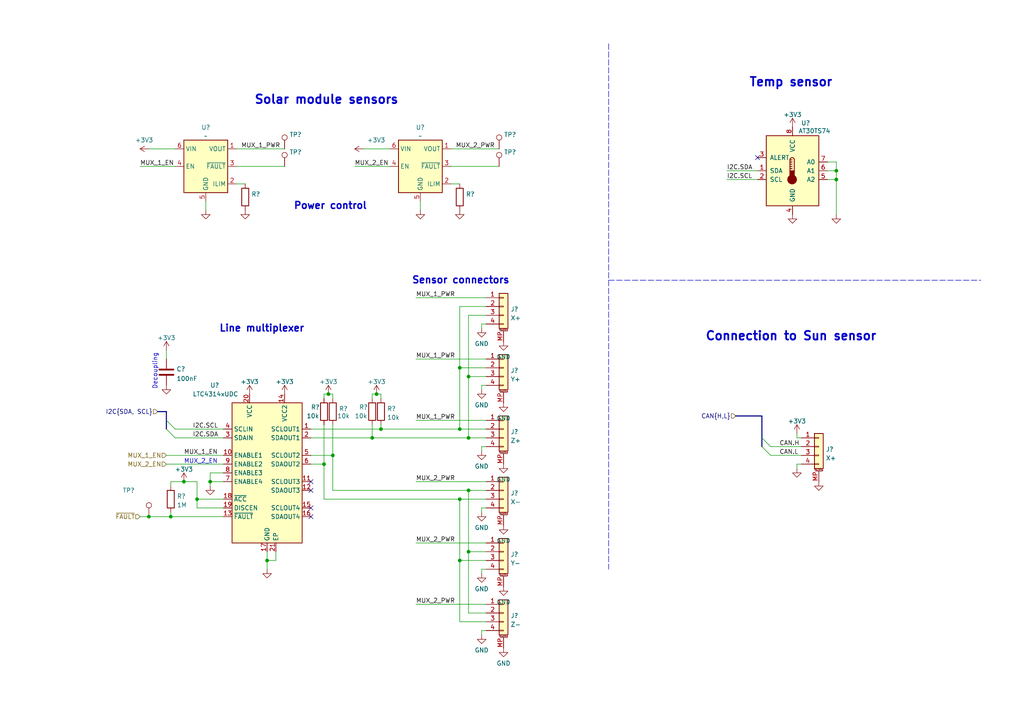
<source format=kicad_sch>
(kicad_sch (version 20211123) (generator eeschema)
  (paper "A4")
  (lib_symbols
    (symbol "Connector:TestPoint" (pin_numbers hide) (pin_names (offset 0.762) hide)
      (property "Reference" "TP" (at 0 6.858 0))
      (property "Value" "TestPoint" (at 0 5.08 0))
      (symbol "TestPoint_0_1"
        (circle (center 0 3.302) (radius 0.762))
      )
      (symbol "TestPoint_1_1"
        (pin passive line (at 0 0 90) (length 2.54) (name "1") (number "1"))
      )
    )
    (symbol "Connector_Generic_MountingPin:Conn_01x04_MountingPin" (pin_names (offset 1.016) hide)
      (property "Reference" "J" (at 0 5.08 0))
      (property "Value" "Conn_01x04_MountingPin" (at 1.27 -7.62 0))
      (symbol "Conn_01x04_MountingPin_1_1"
        (rectangle (start -1.27 -4.953) (end 0 -5.207) (stroke (width 0.1524)))
        (rectangle (start -1.27 -2.413) (end 0 -2.667) (stroke (width 0.1524)))
        (rectangle (start -1.27 0.127) (end 0 -0.127) (stroke (width 0.1524)))
        (rectangle (start -1.27 2.667) (end 0 2.413) (stroke (width 0.1524)))
        (rectangle (start -1.27 3.81) (end 1.27 -6.35) (stroke (width 0.254)) (fill (type background)))
        (polyline (pts (xy -1.016 -7.112) (xy 1.016 -7.112)) (stroke (width 0.1524)))
        (text "Mounting" (at 0 -6.731 0) (effects (font (size 0.381 0.381))))
        (pin passive line (at -5.08 2.54 0) (length 3.81) (name "Pin_1") (number "1"))
        (pin passive line (at -5.08 0 0) (length 3.81) (name "Pin_2") (number "2"))
        (pin passive line (at -5.08 -2.54 0) (length 3.81) (name "Pin_3") (number "3"))
        (pin passive line (at -5.08 -5.08 0) (length 3.81) (name "Pin_4") (number "4"))
        (pin passive line (at 0 -10.16 90) (length 3.048) (name "MountPin") (number "MP"))
      )
    )
    (symbol "Device:C" (pin_numbers hide) (pin_names (offset 0.254))
      (property "Reference" "C" (at 0.635 2.54 0))
      (property "Value" "C" (at 0.635 -2.54 0))
      (symbol "C_0_1"
        (polyline (pts (xy -2.032 -0.762) (xy 2.032 -0.762)) (stroke (width 0.508)))
        (polyline (pts (xy -2.032 0.762) (xy 2.032 0.762)) (stroke (width 0.508)))
      )
      (symbol "C_1_1"
        (pin passive line (at 0 3.81 270) (length 2.794) (name "~") (number "1"))
        (pin passive line (at 0 -3.81 90) (length 2.794) (name "~") (number "2"))
      )
    )
    (symbol "Device:R" (pin_numbers hide) (pin_names (offset 0))
      (property "Reference" "R" (at 2.032 0 90))
      (property "Value" "R" (at 0 0 90))
      (symbol "R_0_1"
        (rectangle (start -1.016 -2.54) (end 1.016 2.54) (stroke (width 0.254)))
      )
      (symbol "R_1_1"
        (pin passive line (at 0 3.81 270) (length 1.27) (name "~") (number "1"))
        (pin passive line (at 0 -3.81 90) (length 1.27) (name "~") (number "2"))
      )
    )
    (symbol "Interface_Expansion:LTC4314xUDC"
      (property "Reference" "U" (at -8.89 21.59 0))
      (property "Value" "LTC4314xUDC" (at 11.43 -20.32 0))
      (symbol "LTC4314xUDC_0_0"
        (pin bidirectional line (at 12.7 12.7 180) (length 2.54) (name "SCLOUT1") (number "1"))
      )
      (symbol "LTC4314xUDC_0_1"
        (rectangle (start -10.16 20.32) (end 10.16 -20.32) (stroke (width 0.254)) (fill (type background)))
      )
      (symbol "LTC4314xUDC_1_1"
        (pin input line (at -12.7 5.08 0) (length 2.54) (name "ENABLE1") (number "10"))
        (pin bidirectional line (at 12.7 -2.54 180) (length 2.54) (name "SCLOUT3") (number "11"))
        (pin bidirectional line (at 12.7 -5.08 180) (length 2.54) (name "SDAOUT3") (number "12"))
        (pin open_collector line (at -12.7 -12.7 0) (length 2.54) (name "~{FAULT}") (number "13"))
        (pin power_in line (at 5.08 22.86 270) (length 2.54) (name "VCC2") (number "14"))
        (pin bidirectional line (at 12.7 -10.16 180) (length 2.54) (name "SCLOUT4") (number "15"))
        (pin bidirectional line (at 12.7 -12.7 180) (length 2.54) (name "SDAOUT4") (number "16"))
        (pin power_in line (at 0 -22.86 90) (length 2.54) (name "GND") (number "17"))
        (pin input line (at -12.7 -7.62 0) (length 2.54) (name "~{ACC}") (number "18"))
        (pin input line (at -12.7 -10.16 0) (length 2.54) (name "DISCEN") (number "19"))
        (pin bidirectional line (at 12.7 10.16 180) (length 2.54) (name "SDAOUT1") (number "2"))
        (pin power_in line (at -5.08 22.86 270) (length 2.54) (name "VCC") (number "20"))
        (pin passive line (at 2.54 -22.86 90) (length 2.54) (name "EP") (number "21"))
        (pin bidirectional line (at -12.7 10.16 0) (length 2.54) (name "SDAIN") (number "3"))
        (pin bidirectional line (at -12.7 12.7 0) (length 2.54) (name "SCLIN") (number "4"))
        (pin bidirectional line (at 12.7 5.08 180) (length 2.54) (name "SCLOUT2") (number "5"))
        (pin bidirectional line (at 12.7 2.54 180) (length 2.54) (name "SDAOUT2") (number "6"))
        (pin input line (at -12.7 -2.54 0) (length 2.54) (name "ENABLE4") (number "7"))
        (pin input line (at -12.7 0 0) (length 2.54) (name "ENABLE3") (number "8"))
        (pin input line (at -12.7 2.54 0) (length 2.54) (name "ENABLE2") (number "9"))
      )
    )
    (symbol "TCY_power_management:AP22653"
      (property "Reference" "U" (at 8.89 7.62 0))
      (property "Value" "AP22653" (at 0 7.62 0))
      (symbol "AP22653_0_1"
        (rectangle (start -6.35 5.08) (end 6.35 -10.16) (stroke (width 0.254)) (fill (type background)))
      )
      (symbol "AP22653_1_1"
        (pin power_out line (at 8.89 2.54 180) (length 2.54) (name "VOUT") (number "1"))
        (pin passive line (at 8.89 -7.62 180) (length 2.54) (name "ILIM") (number "2"))
        (pin output line (at 8.89 -2.54 180) (length 2.54) (name "~{FAULT}") (number "3"))
        (pin input line (at -8.89 -2.54 0) (length 2.54) (name "EN") (number "4"))
        (pin passive line (at 0 -12.7 90) (length 2.54) (name "GND") (number "5"))
        (pin power_in line (at -8.89 2.54 0) (length 2.54) (name "VIN") (number "6"))
        (pin passive line (at 0 -12.7 90) (length 2.54) hide (name "E_PAD") (number "7"))
      )
    )
    (symbol "TCY_sensors:AT30TS74" (pin_names (offset 1.016))
      (property "Reference" "U" (at -6.35 11.43 0))
      (property "Value" "AT30TS74" (at 0 11.43 0))
      (symbol "AT30TS74_0_1"
        (rectangle (start -7.62 10.16) (end 7.62 -10.16) (stroke (width 0.254)) (fill (type background)))
        (circle (center -0.127 -2.54) (radius 1.27) (stroke (width 0.254)) (fill (type outline)))
        (polyline (pts (xy -0.762 0.635) (xy -0.127 0.635)) (stroke (width 0.254)))
        (polyline (pts (xy -0.762 1.27) (xy -0.127 1.27)) (stroke (width 0.254)))
        (polyline (pts (xy -0.762 1.905) (xy -0.127 1.905)) (stroke (width 0.254)))
        (polyline (pts (xy -0.762 2.54) (xy -0.127 2.54)) (stroke (width 0.254)))
        (polyline (pts (xy -0.762 3.175) (xy -0.762 0)) (stroke (width 0.254)))
        (polyline (pts (xy -0.762 3.175) (xy -0.127 3.175)) (stroke (width 0.254)))
        (polyline (pts (xy 0.508 3.175) (xy 0.508 0)) (stroke (width 0.254)))
        (rectangle (start 0.508 -1.905) (end -0.762 0) (stroke (width 0.254)) (fill (type outline)))
        (arc (start 0.508 3.175) (mid -0.127 3.81) (end -0.762 3.175) (stroke (width 0.254)))
      )
      (symbol "AT30TS74_1_1"
        (pin bidirectional line (at -10.16 0 0) (length 2.54) (name "SDA") (number "1"))
        (pin input line (at -10.16 -2.54 0) (length 2.54) (name "SCL") (number "2"))
        (pin open_collector line (at -10.16 3.81 0) (length 2.54) (name "ALERT") (number "3"))
        (pin power_in line (at 0 -12.7 90) (length 2.54) (name "GND") (number "4"))
        (pin input line (at 10.16 -2.54 180) (length 2.54) (name "A2") (number "5"))
        (pin input line (at 10.16 0 180) (length 2.54) (name "A1") (number "6"))
        (pin input line (at 10.16 2.54 180) (length 2.54) (name "A0") (number "7"))
        (pin power_in line (at 0 12.7 270) (length 2.54) (name "VCC") (number "8"))
        (pin power_in line (at 0 -12.7 90) (length 2.54) hide (name "GND") (number "9"))
      )
    )
    (symbol "power:+3.3V" (power) (pin_names (offset 0))
      (property "Value" "+3.3V" (at 0 3.556 0))
      (symbol "+3.3V_0_1"
        (polyline (pts (xy -0.762 1.27) (xy 0 2.54)))
        (polyline (pts (xy 0 0) (xy 0 2.54)))
        (polyline (pts (xy 0 2.54) (xy 0.762 1.27)))
      )
      (symbol "+3.3V_1_1"
        (pin power_in line (at 0 0 90) (length 0) hide (name "+3V3") (number "1"))
      )
    )
    (symbol "power:+3V3" (power) (pin_names (offset 0))
      (property "Value" "+3V3" (at 0 3.556 0))
      (symbol "+3V3_0_1"
        (polyline (pts (xy -0.762 1.27) (xy 0 2.54)))
        (polyline (pts (xy 0 0) (xy 0 2.54)))
        (polyline (pts (xy 0 2.54) (xy 0.762 1.27)))
      )
      (symbol "+3V3_1_1"
        (pin power_in line (at 0 0 90) (length 0) hide (name "+3V3") (number "1"))
      )
    )
    (symbol "power:GND" (power) (pin_names (offset 0))
      (property "Value" "GND" (at 0 -3.81 0))
      (symbol "GND_0_1"
        (polyline (pts (xy 0 0) (xy 0 -1.27) (xy 1.27 -1.27) (xy 0 -2.54) (xy -1.27 -1.27) (xy 0 -1.27)))
      )
      (symbol "GND_1_1"
        (pin power_in line (at 0 0 270) (length 0) hide (name "GND") (number "1"))
      )
    )
  )
  (junction (at 95.25 114.3))
  (junction (at 77.47 162.56))
  (junction (at 43.18 149.86))
  (junction (at 135.89 160.02))
  (junction (at 135.89 109.22))
  (junction (at 109.22 114.3))
  (junction (at 110.49 124.46))
  (junction (at 133.35 124.46))
  (junction (at 96.52 132.08))
  (junction (at 53.34 139.7))
  (junction (at 60.96 139.7))
  (junction (at 133.35 106.68))
  (junction (at 107.95 127))
  (junction (at 135.89 142.24))
  (junction (at 242.57 52.07))
  (junction (at 49.53 149.86))
  (junction (at 93.98 134.62))
  (junction (at 133.35 144.78))
  (junction (at 57.15 144.78))
  (junction (at 135.89 127))
  (junction (at 242.57 49.53))
  (junction (at 133.35 162.56))
  (no_connect (at 90.17 142.24))
  (no_connect (at 90.17 147.32))
  (no_connect (at 90.17 139.7))
  (no_connect (at 219.71 45.72))
  (no_connect (at 90.17 149.86))
  (bus_entry (at 48.26 121.92) (size 2.54 2.54))
  (bus_entry (at 48.26 124.46) (size 2.54 2.54))
  (bus_entry (at 220.98 129.54) (size 2.54 2.54))
  (bus_entry (at 220.98 127) (size 2.54 2.54))
  (wire (pts (xy 223.52 129.54) (xy 232.41 129.54)))
  (wire (pts (xy 40.64 149.86) (xy 43.18 149.86)))
  (wire (pts (xy 110.49 114.3) (xy 109.22 114.3)))
  (wire (pts (xy 139.7 93.98) (xy 140.97 93.98)))
  (wire (pts (xy 139.7 147.32) (xy 140.97 147.32)))
  (wire (pts (xy 107.95 127) (xy 135.89 127)))
  (wire (pts (xy 48.26 134.62) (xy 64.77 134.62)))
  (wire (pts (xy 102.87 48.26) (xy 113.03 48.26)))
  (wire (pts (xy 135.89 127) (xy 140.97 127)))
  (wire (pts (xy 43.18 43.18) (xy 50.8 43.18)))
  (wire (pts (xy 60.96 139.7) (xy 60.96 140.97)))
  (wire (pts (xy 231.14 134.62) (xy 232.41 134.62)))
  (wire (pts (xy 96.52 142.24) (xy 96.52 132.08)))
  (wire (pts (xy 68.58 53.34) (xy 71.12 53.34)))
  (wire (pts (xy 93.98 115.57) (xy 93.98 114.3)))
  (wire (pts (xy 120.65 139.7) (xy 140.97 139.7)))
  (bus (pts (xy 45.72 119.38) (xy 48.26 119.38)))
  (wire (pts (xy 130.81 53.34) (xy 133.35 53.34)))
  (wire (pts (xy 133.35 180.34) (xy 140.97 180.34)))
  (wire (pts (xy 231.14 127) (xy 231.14 125.73)))
  (wire (pts (xy 133.35 162.56) (xy 140.97 162.56)))
  (wire (pts (xy 135.89 109.22) (xy 140.97 109.22)))
  (wire (pts (xy 57.15 147.32) (xy 57.15 144.78)))
  (wire (pts (xy 48.26 101.6) (xy 48.26 104.14)))
  (wire (pts (xy 107.95 115.57) (xy 107.95 114.3)))
  (wire (pts (xy 50.8 124.46) (xy 64.77 124.46)))
  (wire (pts (xy 90.17 124.46) (xy 110.49 124.46)))
  (wire (pts (xy 110.49 123.19) (xy 110.49 124.46)))
  (polyline (pts (xy 176.53 12.7) (xy 176.53 165.1)))
  (wire (pts (xy 120.65 121.92) (xy 140.97 121.92)))
  (wire (pts (xy 232.41 127) (xy 231.14 127)))
  (wire (pts (xy 139.7 165.1) (xy 140.97 165.1)))
  (wire (pts (xy 93.98 114.3) (xy 95.25 114.3)))
  (wire (pts (xy 68.58 43.18) (xy 82.55 43.18)))
  (wire (pts (xy 242.57 46.99) (xy 240.03 46.99)))
  (wire (pts (xy 107.95 123.19) (xy 107.95 127)))
  (wire (pts (xy 59.69 58.42) (xy 59.69 60.96)))
  (wire (pts (xy 135.89 177.8) (xy 140.97 177.8)))
  (wire (pts (xy 135.89 109.22) (xy 135.89 127)))
  (wire (pts (xy 120.65 86.36) (xy 140.97 86.36)))
  (wire (pts (xy 93.98 123.19) (xy 93.98 134.62)))
  (wire (pts (xy 133.35 88.9) (xy 140.97 88.9)))
  (wire (pts (xy 105.41 43.18) (xy 113.03 43.18)))
  (wire (pts (xy 139.7 95.25) (xy 139.7 93.98)))
  (wire (pts (xy 64.77 147.32) (xy 57.15 147.32)))
  (bus (pts (xy 48.26 119.38) (xy 48.26 121.92)))
  (wire (pts (xy 90.17 132.08) (xy 96.52 132.08)))
  (wire (pts (xy 135.89 142.24) (xy 96.52 142.24)))
  (wire (pts (xy 130.81 48.26) (xy 144.78 48.26)))
  (wire (pts (xy 48.26 132.08) (xy 64.77 132.08)))
  (wire (pts (xy 95.25 114.3) (xy 96.52 114.3)))
  (wire (pts (xy 133.35 144.78) (xy 93.98 144.78)))
  (wire (pts (xy 77.47 160.02) (xy 77.47 162.56)))
  (bus (pts (xy 220.98 127) (xy 220.98 129.54)))
  (wire (pts (xy 219.71 52.07) (xy 210.82 52.07)))
  (wire (pts (xy 43.18 149.86) (xy 49.53 149.86)))
  (wire (pts (xy 130.81 43.18) (xy 144.78 43.18)))
  (wire (pts (xy 90.17 127) (xy 107.95 127)))
  (wire (pts (xy 49.53 139.7) (xy 53.34 139.7)))
  (wire (pts (xy 139.7 129.54) (xy 140.97 129.54)))
  (wire (pts (xy 139.7 182.88) (xy 140.97 182.88)))
  (wire (pts (xy 93.98 144.78) (xy 93.98 134.62)))
  (bus (pts (xy 220.98 120.65) (xy 220.98 127)))
  (wire (pts (xy 139.7 113.03) (xy 139.7 111.76)))
  (wire (pts (xy 96.52 123.19) (xy 96.52 132.08)))
  (wire (pts (xy 133.35 144.78) (xy 140.97 144.78)))
  (wire (pts (xy 139.7 184.15) (xy 139.7 182.88)))
  (wire (pts (xy 121.92 58.42) (xy 121.92 60.96)))
  (wire (pts (xy 242.57 49.53) (xy 242.57 46.99)))
  (wire (pts (xy 133.35 144.78) (xy 133.35 162.56)))
  (wire (pts (xy 223.52 132.08) (xy 232.41 132.08)))
  (wire (pts (xy 40.64 48.26) (xy 50.8 48.26)))
  (wire (pts (xy 133.35 106.68) (xy 133.35 124.46)))
  (wire (pts (xy 133.35 162.56) (xy 133.35 180.34)))
  (wire (pts (xy 231.14 135.89) (xy 231.14 134.62)))
  (wire (pts (xy 77.47 162.56) (xy 77.47 165.1)))
  (wire (pts (xy 90.17 134.62) (xy 93.98 134.62)))
  (wire (pts (xy 219.71 49.53) (xy 210.82 49.53)))
  (wire (pts (xy 60.96 137.16) (xy 60.96 139.7)))
  (wire (pts (xy 50.8 127) (xy 64.77 127)))
  (wire (pts (xy 120.65 175.26) (xy 140.97 175.26)))
  (wire (pts (xy 96.52 114.3) (xy 96.52 115.57)))
  (wire (pts (xy 49.53 148.59) (xy 49.53 149.86)))
  (wire (pts (xy 107.95 114.3) (xy 109.22 114.3)))
  (wire (pts (xy 60.96 139.7) (xy 64.77 139.7)))
  (wire (pts (xy 139.7 166.37) (xy 139.7 165.1)))
  (wire (pts (xy 135.89 142.24) (xy 140.97 142.24)))
  (wire (pts (xy 135.89 91.44) (xy 135.89 109.22)))
  (wire (pts (xy 80.01 162.56) (xy 77.47 162.56)))
  (wire (pts (xy 53.34 139.7) (xy 57.15 139.7)))
  (wire (pts (xy 57.15 139.7) (xy 57.15 144.78)))
  (wire (pts (xy 110.49 124.46) (xy 133.35 124.46)))
  (wire (pts (xy 139.7 111.76) (xy 140.97 111.76)))
  (wire (pts (xy 242.57 52.07) (xy 242.57 62.23)))
  (wire (pts (xy 135.89 160.02) (xy 140.97 160.02)))
  (polyline (pts (xy 176.53 81.28) (xy 284.48 81.28)))
  (wire (pts (xy 68.58 48.26) (xy 82.55 48.26)))
  (wire (pts (xy 120.65 157.48) (xy 140.97 157.48)))
  (wire (pts (xy 139.7 130.81) (xy 139.7 129.54)))
  (wire (pts (xy 49.53 140.97) (xy 49.53 139.7)))
  (wire (pts (xy 80.01 160.02) (xy 80.01 162.56)))
  (wire (pts (xy 64.77 144.78) (xy 57.15 144.78)))
  (wire (pts (xy 133.35 88.9) (xy 133.35 106.68)))
  (bus (pts (xy 213.36 120.65) (xy 220.98 120.65)))
  (wire (pts (xy 139.7 148.59) (xy 139.7 147.32)))
  (wire (pts (xy 135.89 160.02) (xy 135.89 142.24)))
  (wire (pts (xy 133.35 106.68) (xy 140.97 106.68)))
  (wire (pts (xy 49.53 149.86) (xy 64.77 149.86)))
  (wire (pts (xy 240.03 52.07) (xy 242.57 52.07)))
  (wire (pts (xy 242.57 52.07) (xy 242.57 49.53)))
  (wire (pts (xy 64.77 137.16) (xy 60.96 137.16)))
  (wire (pts (xy 110.49 115.57) (xy 110.49 114.3)))
  (wire (pts (xy 135.89 91.44) (xy 140.97 91.44)))
  (wire (pts (xy 133.35 124.46) (xy 140.97 124.46)))
  (wire (pts (xy 135.89 177.8) (xy 135.89 160.02)))
  (wire (pts (xy 120.65 104.14) (xy 140.97 104.14)))
  (wire (pts (xy 240.03 49.53) (xy 242.57 49.53)))
  (bus (pts (xy 48.26 121.92) (xy 48.26 124.46)))
  (text "Decoupling" (at 45.72 113.03 90) (effects (font (size 1.27 1.27)) (justify left bottom)))
  (text "Sensor connectors" (at 119.38 82.55 0) (effects (font (size 2 2) (thickness 0.4) bold) (justify left bottom)))
  (text "Connection to Sun sensor" (at 204.47 99.06 0) (effects (font (size 2.5 2.5) (thickness 0.5) bold) (justify left bottom)))
  (text "MUX_2_EN" (at 53.34 134.62 0) (effects (font (size 1.27 1.27)) (justify left bottom)))
  (text "Power control" (at 85.09 60.96 0) (effects (font (size 2 2) bold) (justify left bottom)))
  (text "Line multiplexer" (at 63.5 96.52 0) (effects (font (size 2 2) bold) (justify left bottom)))
  (text "Temp sensor" (at 217.17 25.4 0) (effects (font (size 2.5 2.5) (thickness 0.5) bold) (justify left bottom)))
  (text "Solar module sensors" (at 73.66 30.48 0) (effects (font (size 2.5 2.5) (thickness 0.5) bold) (justify left bottom)))
  (label "MUX_2_PWR" (at 120.65 175.26 0))
  (label "MUX_1_PWR" (at 120.65 104.14 0))
  (label "MUX_2_EN" (at 102.87 48.26 0))
  (label "MUX_1_PWR" (at 81.28 43.18 180))
  (label "MUX_2_PWR" (at 120.65 157.48 0))
  (label "MUX_1_PWR" (at 120.65 86.36 0))
  (label "CAN.L" (at 226.06 132.08 0))
  (label "CAN.H" (at 226.06 129.54 0))
  (label "I2C.SDA" (at 55.88 127 0))
  (label "I2C.SCL" (at 210.82 52.07 0))
  (label "MUX_1_EN" (at 53.34 132.08 0))
  (label "MUX_1_PWR" (at 120.65 121.92 0))
  (label "I2C.SCL" (at 55.88 124.46 0))
  (label "MUX_1_EN" (at 40.64 48.26 0))
  (label "I2C.SDA" (at 210.82 49.53 0))
  (label "MUX_2_PWR" (at 120.65 139.7 0))
  (label "MUX_2_PWR" (at 143.51 43.18 180))
  (hierarchical_label "CAN{H,L}" (shape input) (at 213.36 120.65 180))
  (hierarchical_label "MUX_2_EN" (shape input) (at 48.26 134.62 180))
  (hierarchical_label "MUX_1_EN" (shape input) (at 48.26 132.08 180))
  (hierarchical_label "~{FAULT}" (shape input) (at 40.64 149.86 180))
  (hierarchical_label "I2C{SDA, SCL}" (shape input) (at 45.72 119.38 180))
  (symbol (lib_id "power:GND") (at 139.7 184.15 0) (unit 1)
    (property "Reference" "#PWR?" (effects hide))
    (property "Value" "~" (at 139.7 188.5934 0))
  )
  (symbol (lib_id "power:GND") (at 77.47 165.1 0) (unit 1)
    (property "Reference" "#PWR?" (effects hide))
  )
  (symbol (lib_id "Device:R") (at 110.49 119.38 0) (unit 1)
    (property "Reference" "R?" (at 112.268 118.5453 0) (effects (justify left)))
    (property "Value" "10k" (at 112.268 121.0822 0) (effects (justify left)))
  )
  (symbol (lib_id "Connector_Generic_MountingPin:Conn_01x04_MountingPin") (at 146.05 88.9 0) (unit 1)
    (property "Reference" "J?" (at 148.082 89.6909 0) (effects (justify left)))
    (property "Value" "X+" (at 148.082 92.2278 0) (effects (justify left)))
  )
  (symbol (lib_id "Connector:TestPoint") (at 43.18 149.86 0) (unit 1)
    (property "Reference" "TP?" (at 35.56 142.24 0) (effects (justify left)))
  )
  (symbol (lib_id "TCY_power_management:AP22653") (at 59.69 45.72 0) (unit 1)
    (property "Reference" "U?" (at 59.69 36.9402 0))
    (property "Value" "~" (at 59.69 39.4771 0))
    (property "Footprint" "Package_DFN_QFN:DFN-6-1EP_2x2mm_P0.65mm_EP1x1.6mm" (effects hide))
    (property "Datasheet" "https://www.diodes.com/assets/Datasheets/AP22652_53_52A_53A.pdf" (effects hide))
  )
  (symbol (lib_id "Connector:TestPoint") (at 144.78 43.18 0) (unit 1)
    (property "Reference" "TP?" (at 146.177 39.0433 0) (effects (justify left)))
  )
  (symbol (lib_id "power:+3V3") (at 229.87 36.83 0) (unit 1)
    (property "Reference" "#PWR?" (effects hide))
  )
  (symbol (lib_id "TCY_power_management:AP22653") (at 121.92 45.72 0) (unit 1)
    (property "Reference" "U?" (at 121.92 36.9402 0))
    (property "Value" "~" (at 121.92 39.4771 0))
    (property "Footprint" "Package_DFN_QFN:DFN-6-1EP_2x2mm_P0.65mm_EP1x1.6mm" (effects hide))
    (property "Datasheet" "https://www.diodes.com/assets/Datasheets/AP22652_53_52A_53A.pdf" (effects hide))
  )
  (symbol (lib_id "power:GND") (at 146.05 170.18 0) (unit 1)
    (property "Reference" "#PWR?" (effects hide))
    (property "Value" "~" (at 146.05 174.6234 0))
  )
  (symbol (lib_id "Device:R") (at 49.53 144.78 0) (unit 1)
    (property "Reference" "R?" (at 51.308 143.9453 0) (effects (justify left)))
    (property "Value" "1M" (at 51.308 146.4822 0) (effects (justify left)))
  )
  (symbol (lib_id "Interface_Expansion:LTC4314xUDC") (at 77.47 137.16 0) (unit 1)
    (property "Reference" "U?" (at 60.96 111.76 0) (effects (justify left)))
    (property "Value" "LTC4314xUDC" (at 55.88 114.3 0) (effects (justify left)))
    (property "Footprint" "Package_DFN_QFN:QFN-20-1EP_3x4mm_P0.5mm_EP1.65x2.65mm" (effects hide))
    (property "Datasheet" "https://www.analog.com/media/en/technical-documentation/data-sheets/4314f.pdf" (effects hide))
  )
  (symbol (lib_id "Device:R") (at 96.52 119.38 0) (unit 1)
    (property "Reference" "R?" (at 98.298 118.5453 0) (effects (justify left)))
    (property "Value" "10k" (at 97.79 120.65 0) (effects (justify left)))
  )
  (symbol (lib_id "power:+3.3V") (at 109.22 114.3 0) (unit 1)
    (property "Reference" "#PWR?" (effects hide))
    (property "Value" "+3.3V" (at 109.22 110.7242 0))
  )
  (symbol (lib_id "TCY_sensors:AT30TS74") (at 229.87 49.53 0) (unit 1)
    (property "Reference" "U?" (at 233.68 35.6828 0))
    (property "Value" "AT30TS74" (at 236.22 37.9815 0))
    (property "Footprint" "Package_DFN_QFN:DFN-8-1EP_3x2mm_P0.5mm_EP1.3x1.5mm" (effects hide))
    (property "Datasheet" "http://ww1.microchip.com/downloads/en/DeviceDoc/Web_AT30TS74_0217.pdf" (effects hide))
  )
  (symbol (lib_id "Connector_Generic_MountingPin:Conn_01x04_MountingPin") (at 146.05 142.24 0) (unit 1)
    (property "Reference" "J?" (at 148.082 143.0309 0) (effects (justify left)))
    (property "Value" "X-" (at 148.082 145.5678 0) (effects (justify left)))
  )
  (symbol (lib_id "power:GND") (at 71.12 60.96 0) (unit 1)
    (property "Reference" "#PWR?" (effects hide))
  )
  (symbol (lib_id "power:GND") (at 133.35 60.96 0) (unit 1)
    (property "Reference" "#PWR?" (effects hide))
  )
  (symbol (lib_id "power:+3.3V") (at 95.25 114.3 0) (unit 1)
    (property "Reference" "#PWR?" (effects hide))
    (property "Value" "+3.3V" (at 95.25 110.7242 0))
  )
  (symbol (lib_id "power:GND") (at 59.69 60.96 0) (unit 1)
    (property "Reference" "#PWR?" (effects hide))
  )
  (symbol (lib_id "power:GND") (at 139.7 95.25 0) (unit 1)
    (property "Reference" "#PWR?" (effects hide))
    (property "Value" "~" (at 139.7 99.6934 0))
  )
  (symbol (lib_id "power:+3V3") (at 43.18 43.18 90) (unit 1)
    (property "Reference" "#PWR?" (effects hide))
  )
  (symbol (lib_id "Device:C") (at 48.26 107.95 0) (unit 1)
    (property "Reference" "C?" (at 51.1811 107.0415 0) (effects (justify left)))
    (property "Value" "100nF" (at 51.1811 109.8166 0) (effects (justify left)))
    (property "Footprint" "TCY_passives:C_0603_1608Metric" (effects hide))
  )
  (symbol (lib_id "power:GND") (at 139.7 130.81 0) (unit 1)
    (property "Reference" "#PWR?" (effects hide))
    (property "Value" "~" (at 139.7 135.2534 0))
  )
  (symbol (lib_id "power:GND") (at 146.05 152.4 0) (unit 1)
    (property "Reference" "#PWR?" (effects hide))
    (property "Value" "~" (at 146.05 156.8434 0))
  )
  (symbol (lib_id "Connector:TestPoint") (at 82.55 48.26 0) (unit 1)
    (property "Reference" "TP?" (at 83.947 44.1233 0) (effects (justify left)))
  )
  (symbol (lib_id "power:GND") (at 229.87 62.23 0) (unit 1)
    (property "Reference" "#PWR?" (effects hide))
    (property "Value" "GND" (effects hide))
  )
  (symbol (lib_id "power:GND") (at 60.96 140.97 0) (unit 1)
    (property "Reference" "#PWR?" (effects hide))
    (property "Value" "GND" (effects hide))
  )
  (symbol (lib_id "Device:R") (at 107.95 119.38 0) (unit 1)
    (property "Reference" "R?" (at 104.14 118.11 0) (effects (justify left)))
    (property "Value" "10k" (at 102.87 120.65 0) (effects (justify left)))
  )
  (symbol (lib_id "power:GND") (at 231.14 135.89 0) (unit 1)
    (property "Reference" "#PWR?" (effects hide))
    (property "Value" "GND" (effects hide))
  )
  (symbol (lib_id "Connector_Generic_MountingPin:Conn_01x04_MountingPin") (at 146.05 177.8 0) (unit 1)
    (property "Reference" "J?" (at 148.082 178.5909 0) (effects (justify left)))
    (property "Value" "Z-" (at 148.082 181.1278 0) (effects (justify left)))
  )
  (symbol (lib_id "power:+3.3V") (at 82.55 114.3 0) (unit 1)
    (property "Reference" "#PWR?" (effects hide))
    (property "Value" "+3.3V" (at 82.55 110.7242 0))
  )
  (symbol (lib_id "Connector_Generic_MountingPin:Conn_01x04_MountingPin") (at 237.49 129.54 0) (unit 1)
    (property "Reference" "J?" (at 239.522 130.3309 0) (effects (justify left)))
    (property "Value" "X+" (at 239.522 132.8678 0) (effects (justify left)))
  )
  (symbol (lib_id "power:+3.3V") (at 72.39 114.3 0) (unit 1)
    (property "Reference" "#PWR?" (effects hide))
    (property "Value" "+3.3V" (at 72.39 110.7242 0))
  )
  (symbol (lib_id "power:+3.3V") (at 53.34 139.7 0) (unit 1)
    (property "Reference" "#PWR?" (effects hide))
    (property "Value" "+3.3V" (at 53.34 136.1242 0))
  )
  (symbol (lib_id "power:GND") (at 48.26 111.76 0) (unit 1)
    (property "Reference" "#PWR?" (effects hide))
    (property "Value" "GND" (effects hide))
  )
  (symbol (lib_id "Device:R") (at 93.98 119.38 0) (unit 1)
    (property "Reference" "R?" (at 90.17 118.11 0) (effects (justify left)))
    (property "Value" "10k" (at 88.9 120.65 0) (effects (justify left)))
  )
  (symbol (lib_id "power:+3V3") (at 105.41 43.18 90) (unit 1)
    (property "Reference" "#PWR?" (effects hide))
  )
  (symbol (lib_id "power:GND") (at 146.05 116.84 0) (unit 1)
    (property "Reference" "#PWR?" (effects hide))
    (property "Value" "~" (at 146.05 121.2834 0))
  )
  (symbol (lib_id "power:GND") (at 146.05 134.62 0) (unit 1)
    (property "Reference" "#PWR?" (effects hide))
    (property "Value" "~" (at 146.05 139.0634 0))
  )
  (symbol (lib_id "power:+3V3") (at 231.14 125.73 0) (unit 1)
    (property "Reference" "#PWR?" (effects hide))
  )
  (symbol (lib_id "power:+3.3V") (at 48.26 101.6 0) (unit 1)
    (property "Reference" "#PWR?" (effects hide))
    (property "Value" "+3.3V" (at 48.26 97.9955 0))
  )
  (symbol (lib_id "power:GND") (at 146.05 99.06 0) (unit 1)
    (property "Reference" "#PWR?" (effects hide))
    (property "Value" "~" (at 146.05 103.5034 0))
  )
  (symbol (lib_id "power:GND") (at 139.7 148.59 0) (unit 1)
    (property "Reference" "#PWR?" (effects hide))
    (property "Value" "~" (at 139.7 153.0334 0))
  )
  (symbol (lib_id "Connector:TestPoint") (at 82.55 43.18 0) (unit 1)
    (property "Reference" "TP?" (at 83.947 39.0433 0) (effects (justify left)))
  )
  (symbol (lib_id "Connector_Generic_MountingPin:Conn_01x04_MountingPin") (at 146.05 160.02 0) (unit 1)
    (property "Reference" "J?" (at 148.082 160.8109 0) (effects (justify left)))
    (property "Value" "Y-" (at 148.082 163.3478 0) (effects (justify left)))
  )
  (symbol (lib_id "Device:R") (at 71.12 57.15 0) (unit 1)
    (property "Reference" "R?" (at 72.898 56.3153 0) (effects (justify left)))
  )
  (symbol (lib_id "Device:R") (at 133.35 57.15 0) (unit 1)
    (property "Reference" "R?" (at 135.128 56.3153 0) (effects (justify left)))
  )
  (symbol (lib_id "power:GND") (at 237.49 139.7 0) (unit 1)
    (property "Reference" "#PWR?" (effects hide))
    (property "Value" "GND" (effects hide))
  )
  (symbol (lib_id "Connector_Generic_MountingPin:Conn_01x04_MountingPin") (at 146.05 106.68 0) (unit 1)
    (property "Reference" "J?" (at 148.082 107.4709 0) (effects (justify left)))
    (property "Value" "Y+" (at 148.082 110.0078 0) (effects (justify left)))
  )
  (symbol (lib_id "Connector:TestPoint") (at 144.78 48.26 0) (unit 1)
    (property "Reference" "TP?" (at 146.177 44.1233 0) (effects (justify left)))
  )
  (symbol (lib_id "power:GND") (at 139.7 166.37 0) (unit 1)
    (property "Reference" "#PWR?" (effects hide))
    (property "Value" "~" (at 139.7 170.8134 0))
  )
  (symbol (lib_id "power:GND") (at 121.92 60.96 0) (unit 1)
    (property "Reference" "#PWR?" (effects hide))
  )
  (symbol (lib_id "power:GND") (at 139.7 113.03 0) (unit 1)
    (property "Reference" "#PWR?" (effects hide))
    (property "Value" "~" (at 139.7 117.4734 0))
  )
  (symbol (lib_id "power:GND") (at 146.05 187.96 0) (unit 1)
    (property "Reference" "#PWR?" (effects hide))
    (property "Value" "~" (at 146.05 192.4034 0))
  )
  (symbol (lib_id "Connector_Generic_MountingPin:Conn_01x04_MountingPin") (at 146.05 124.46 0) (unit 1)
    (property "Reference" "J?" (at 148.082 125.2509 0) (effects (justify left)))
    (property "Value" "Z+" (at 148.082 127.7878 0) (effects (justify left)))
  )
  (symbol (lib_id "power:GND") (at 242.57 62.23 0) (unit 1)
    (property "Reference" "#PWR?" (effects hide))
    (property "Value" "GND" (effects hide))
  )
)
</source>
